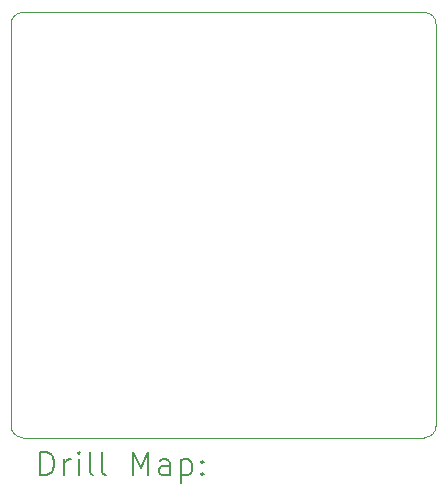
<source format=gbr>
%FSLAX45Y45*%
G04 Gerber Fmt 4.5, Leading zero omitted, Abs format (unit mm)*
G04 Created by KiCad (PCBNEW 5.99.0-unknown-dd5676f4bc~131~ubuntu20.04.1) date 2021-08-08 04:38:11*
%MOMM*%
%LPD*%
G01*
G04 APERTURE LIST*
%TA.AperFunction,Profile*%
%ADD10C,0.050000*%
%TD*%
%ADD11C,0.200000*%
G04 APERTURE END LIST*
D10*
X6000000Y-9500000D02*
X6000000Y-6100000D01*
X6100000Y-6000000D02*
G75*
G03*
X6000000Y-6100000I0J-100000D01*
G01*
X6000000Y-9500000D02*
G75*
G03*
X6100000Y-9600000I100000J0D01*
G01*
X9600000Y-9500000D02*
X9600000Y-6100000D01*
X9500000Y-9600000D02*
G75*
G03*
X9600000Y-9500000I0J100000D01*
G01*
X9600000Y-6100000D02*
G75*
G03*
X9500000Y-6000000I-100000J0D01*
G01*
X9500000Y-6000000D02*
X6100000Y-6000000D01*
X6100000Y-9600000D02*
X9500000Y-9600000D01*
D11*
X6250119Y-9917976D02*
X6250119Y-9717976D01*
X6297738Y-9717976D01*
X6326309Y-9727500D01*
X6345357Y-9746547D01*
X6354881Y-9765595D01*
X6364405Y-9803690D01*
X6364405Y-9832262D01*
X6354881Y-9870357D01*
X6345357Y-9889404D01*
X6326309Y-9908452D01*
X6297738Y-9917976D01*
X6250119Y-9917976D01*
X6450119Y-9917976D02*
X6450119Y-9784643D01*
X6450119Y-9822738D02*
X6459643Y-9803690D01*
X6469167Y-9794166D01*
X6488214Y-9784643D01*
X6507262Y-9784643D01*
X6573928Y-9917976D02*
X6573928Y-9784643D01*
X6573928Y-9717976D02*
X6564405Y-9727500D01*
X6573928Y-9737024D01*
X6583452Y-9727500D01*
X6573928Y-9717976D01*
X6573928Y-9737024D01*
X6697738Y-9917976D02*
X6678690Y-9908452D01*
X6669167Y-9889404D01*
X6669167Y-9717976D01*
X6802500Y-9917976D02*
X6783452Y-9908452D01*
X6773928Y-9889404D01*
X6773928Y-9717976D01*
X7031071Y-9917976D02*
X7031071Y-9717976D01*
X7097738Y-9860833D01*
X7164405Y-9717976D01*
X7164405Y-9917976D01*
X7345357Y-9917976D02*
X7345357Y-9813214D01*
X7335833Y-9794166D01*
X7316786Y-9784643D01*
X7278690Y-9784643D01*
X7259643Y-9794166D01*
X7345357Y-9908452D02*
X7326309Y-9917976D01*
X7278690Y-9917976D01*
X7259643Y-9908452D01*
X7250119Y-9889404D01*
X7250119Y-9870357D01*
X7259643Y-9851309D01*
X7278690Y-9841785D01*
X7326309Y-9841785D01*
X7345357Y-9832262D01*
X7440595Y-9784643D02*
X7440595Y-9984643D01*
X7440595Y-9794166D02*
X7459643Y-9784643D01*
X7497738Y-9784643D01*
X7516786Y-9794166D01*
X7526309Y-9803690D01*
X7535833Y-9822738D01*
X7535833Y-9879881D01*
X7526309Y-9898928D01*
X7516786Y-9908452D01*
X7497738Y-9917976D01*
X7459643Y-9917976D01*
X7440595Y-9908452D01*
X7621548Y-9898928D02*
X7631071Y-9908452D01*
X7621548Y-9917976D01*
X7612024Y-9908452D01*
X7621548Y-9898928D01*
X7621548Y-9917976D01*
X7621548Y-9794166D02*
X7631071Y-9803690D01*
X7621548Y-9813214D01*
X7612024Y-9803690D01*
X7621548Y-9794166D01*
X7621548Y-9813214D01*
M02*

</source>
